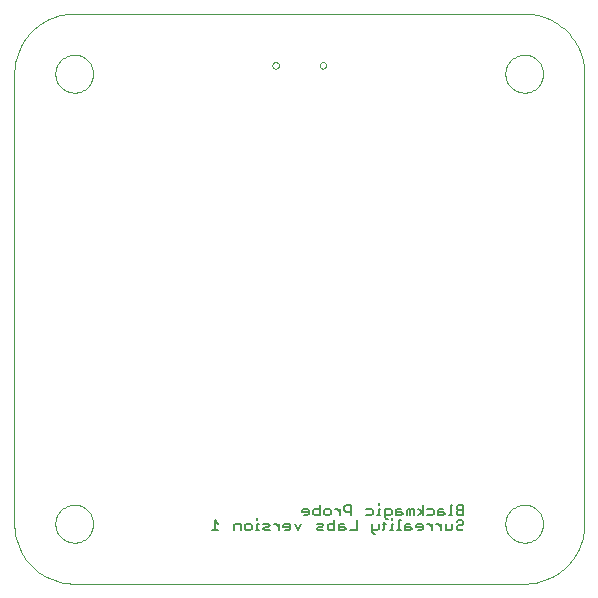
<source format=gbo>
G75*
G70*
%OFA0B0*%
%FSLAX24Y24*%
%IPPOS*%
%LPD*%
%AMOC8*
5,1,8,0,0,1.08239X$1,22.5*
%
%ADD10C,0.0000*%
%ADD11C,0.0060*%
D10*
X000141Y002141D02*
X000141Y017141D01*
X001511Y017141D02*
X001513Y017191D01*
X001519Y017241D01*
X001529Y017290D01*
X001543Y017338D01*
X001560Y017385D01*
X001581Y017430D01*
X001606Y017474D01*
X001634Y017515D01*
X001666Y017554D01*
X001700Y017591D01*
X001737Y017625D01*
X001777Y017655D01*
X001819Y017682D01*
X001863Y017706D01*
X001909Y017727D01*
X001956Y017743D01*
X002004Y017756D01*
X002054Y017765D01*
X002103Y017770D01*
X002154Y017771D01*
X002204Y017768D01*
X002253Y017761D01*
X002302Y017750D01*
X002350Y017735D01*
X002396Y017717D01*
X002441Y017695D01*
X002484Y017669D01*
X002525Y017640D01*
X002564Y017608D01*
X002600Y017573D01*
X002632Y017535D01*
X002662Y017495D01*
X002689Y017452D01*
X002712Y017408D01*
X002731Y017362D01*
X002747Y017314D01*
X002759Y017265D01*
X002767Y017216D01*
X002771Y017166D01*
X002771Y017116D01*
X002767Y017066D01*
X002759Y017017D01*
X002747Y016968D01*
X002731Y016920D01*
X002712Y016874D01*
X002689Y016830D01*
X002662Y016787D01*
X002632Y016747D01*
X002600Y016709D01*
X002564Y016674D01*
X002525Y016642D01*
X002484Y016613D01*
X002441Y016587D01*
X002396Y016565D01*
X002350Y016547D01*
X002302Y016532D01*
X002253Y016521D01*
X002204Y016514D01*
X002154Y016511D01*
X002103Y016512D01*
X002054Y016517D01*
X002004Y016526D01*
X001956Y016539D01*
X001909Y016555D01*
X001863Y016576D01*
X001819Y016600D01*
X001777Y016627D01*
X001737Y016657D01*
X001700Y016691D01*
X001666Y016728D01*
X001634Y016767D01*
X001606Y016808D01*
X001581Y016852D01*
X001560Y016897D01*
X001543Y016944D01*
X001529Y016992D01*
X001519Y017041D01*
X001513Y017091D01*
X001511Y017141D01*
X000141Y017141D02*
X000143Y017236D01*
X000150Y017331D01*
X000161Y017426D01*
X000177Y017520D01*
X000197Y017613D01*
X000222Y017704D01*
X000251Y017795D01*
X000284Y017884D01*
X000322Y017972D01*
X000363Y018057D01*
X000409Y018141D01*
X000458Y018222D01*
X000512Y018301D01*
X000569Y018377D01*
X000630Y018451D01*
X000694Y018521D01*
X000761Y018588D01*
X000831Y018652D01*
X000905Y018713D01*
X000981Y018770D01*
X001060Y018824D01*
X001141Y018873D01*
X001225Y018919D01*
X001310Y018960D01*
X001398Y018998D01*
X001487Y019031D01*
X001578Y019060D01*
X001669Y019085D01*
X001762Y019105D01*
X001856Y019121D01*
X001951Y019132D01*
X002046Y019139D01*
X002141Y019141D01*
X017141Y019141D01*
X016511Y017141D02*
X016513Y017191D01*
X016519Y017241D01*
X016529Y017290D01*
X016543Y017338D01*
X016560Y017385D01*
X016581Y017430D01*
X016606Y017474D01*
X016634Y017515D01*
X016666Y017554D01*
X016700Y017591D01*
X016737Y017625D01*
X016777Y017655D01*
X016819Y017682D01*
X016863Y017706D01*
X016909Y017727D01*
X016956Y017743D01*
X017004Y017756D01*
X017054Y017765D01*
X017103Y017770D01*
X017154Y017771D01*
X017204Y017768D01*
X017253Y017761D01*
X017302Y017750D01*
X017350Y017735D01*
X017396Y017717D01*
X017441Y017695D01*
X017484Y017669D01*
X017525Y017640D01*
X017564Y017608D01*
X017600Y017573D01*
X017632Y017535D01*
X017662Y017495D01*
X017689Y017452D01*
X017712Y017408D01*
X017731Y017362D01*
X017747Y017314D01*
X017759Y017265D01*
X017767Y017216D01*
X017771Y017166D01*
X017771Y017116D01*
X017767Y017066D01*
X017759Y017017D01*
X017747Y016968D01*
X017731Y016920D01*
X017712Y016874D01*
X017689Y016830D01*
X017662Y016787D01*
X017632Y016747D01*
X017600Y016709D01*
X017564Y016674D01*
X017525Y016642D01*
X017484Y016613D01*
X017441Y016587D01*
X017396Y016565D01*
X017350Y016547D01*
X017302Y016532D01*
X017253Y016521D01*
X017204Y016514D01*
X017154Y016511D01*
X017103Y016512D01*
X017054Y016517D01*
X017004Y016526D01*
X016956Y016539D01*
X016909Y016555D01*
X016863Y016576D01*
X016819Y016600D01*
X016777Y016627D01*
X016737Y016657D01*
X016700Y016691D01*
X016666Y016728D01*
X016634Y016767D01*
X016606Y016808D01*
X016581Y016852D01*
X016560Y016897D01*
X016543Y016944D01*
X016529Y016992D01*
X016519Y017041D01*
X016513Y017091D01*
X016511Y017141D01*
X017141Y019141D02*
X017236Y019139D01*
X017331Y019132D01*
X017426Y019121D01*
X017520Y019105D01*
X017613Y019085D01*
X017704Y019060D01*
X017795Y019031D01*
X017884Y018998D01*
X017972Y018960D01*
X018057Y018919D01*
X018141Y018873D01*
X018222Y018824D01*
X018301Y018770D01*
X018377Y018713D01*
X018451Y018652D01*
X018521Y018588D01*
X018588Y018521D01*
X018652Y018451D01*
X018713Y018377D01*
X018770Y018301D01*
X018824Y018222D01*
X018873Y018141D01*
X018919Y018057D01*
X018960Y017972D01*
X018998Y017884D01*
X019031Y017795D01*
X019060Y017704D01*
X019085Y017613D01*
X019105Y017520D01*
X019121Y017426D01*
X019132Y017331D01*
X019139Y017236D01*
X019141Y017141D01*
X019141Y002141D01*
X016511Y002141D02*
X016513Y002191D01*
X016519Y002241D01*
X016529Y002290D01*
X016543Y002338D01*
X016560Y002385D01*
X016581Y002430D01*
X016606Y002474D01*
X016634Y002515D01*
X016666Y002554D01*
X016700Y002591D01*
X016737Y002625D01*
X016777Y002655D01*
X016819Y002682D01*
X016863Y002706D01*
X016909Y002727D01*
X016956Y002743D01*
X017004Y002756D01*
X017054Y002765D01*
X017103Y002770D01*
X017154Y002771D01*
X017204Y002768D01*
X017253Y002761D01*
X017302Y002750D01*
X017350Y002735D01*
X017396Y002717D01*
X017441Y002695D01*
X017484Y002669D01*
X017525Y002640D01*
X017564Y002608D01*
X017600Y002573D01*
X017632Y002535D01*
X017662Y002495D01*
X017689Y002452D01*
X017712Y002408D01*
X017731Y002362D01*
X017747Y002314D01*
X017759Y002265D01*
X017767Y002216D01*
X017771Y002166D01*
X017771Y002116D01*
X017767Y002066D01*
X017759Y002017D01*
X017747Y001968D01*
X017731Y001920D01*
X017712Y001874D01*
X017689Y001830D01*
X017662Y001787D01*
X017632Y001747D01*
X017600Y001709D01*
X017564Y001674D01*
X017525Y001642D01*
X017484Y001613D01*
X017441Y001587D01*
X017396Y001565D01*
X017350Y001547D01*
X017302Y001532D01*
X017253Y001521D01*
X017204Y001514D01*
X017154Y001511D01*
X017103Y001512D01*
X017054Y001517D01*
X017004Y001526D01*
X016956Y001539D01*
X016909Y001555D01*
X016863Y001576D01*
X016819Y001600D01*
X016777Y001627D01*
X016737Y001657D01*
X016700Y001691D01*
X016666Y001728D01*
X016634Y001767D01*
X016606Y001808D01*
X016581Y001852D01*
X016560Y001897D01*
X016543Y001944D01*
X016529Y001992D01*
X016519Y002041D01*
X016513Y002091D01*
X016511Y002141D01*
X017141Y000141D02*
X017236Y000143D01*
X017331Y000150D01*
X017426Y000161D01*
X017520Y000177D01*
X017613Y000197D01*
X017704Y000222D01*
X017795Y000251D01*
X017884Y000284D01*
X017972Y000322D01*
X018057Y000363D01*
X018141Y000409D01*
X018222Y000458D01*
X018301Y000512D01*
X018377Y000569D01*
X018451Y000630D01*
X018521Y000694D01*
X018588Y000761D01*
X018652Y000831D01*
X018713Y000905D01*
X018770Y000981D01*
X018824Y001060D01*
X018873Y001141D01*
X018919Y001225D01*
X018960Y001310D01*
X018998Y001398D01*
X019031Y001487D01*
X019060Y001578D01*
X019085Y001669D01*
X019105Y001762D01*
X019121Y001856D01*
X019132Y001951D01*
X019139Y002046D01*
X019141Y002141D01*
X017141Y000141D02*
X002141Y000141D01*
X001511Y002141D02*
X001513Y002191D01*
X001519Y002241D01*
X001529Y002290D01*
X001543Y002338D01*
X001560Y002385D01*
X001581Y002430D01*
X001606Y002474D01*
X001634Y002515D01*
X001666Y002554D01*
X001700Y002591D01*
X001737Y002625D01*
X001777Y002655D01*
X001819Y002682D01*
X001863Y002706D01*
X001909Y002727D01*
X001956Y002743D01*
X002004Y002756D01*
X002054Y002765D01*
X002103Y002770D01*
X002154Y002771D01*
X002204Y002768D01*
X002253Y002761D01*
X002302Y002750D01*
X002350Y002735D01*
X002396Y002717D01*
X002441Y002695D01*
X002484Y002669D01*
X002525Y002640D01*
X002564Y002608D01*
X002600Y002573D01*
X002632Y002535D01*
X002662Y002495D01*
X002689Y002452D01*
X002712Y002408D01*
X002731Y002362D01*
X002747Y002314D01*
X002759Y002265D01*
X002767Y002216D01*
X002771Y002166D01*
X002771Y002116D01*
X002767Y002066D01*
X002759Y002017D01*
X002747Y001968D01*
X002731Y001920D01*
X002712Y001874D01*
X002689Y001830D01*
X002662Y001787D01*
X002632Y001747D01*
X002600Y001709D01*
X002564Y001674D01*
X002525Y001642D01*
X002484Y001613D01*
X002441Y001587D01*
X002396Y001565D01*
X002350Y001547D01*
X002302Y001532D01*
X002253Y001521D01*
X002204Y001514D01*
X002154Y001511D01*
X002103Y001512D01*
X002054Y001517D01*
X002004Y001526D01*
X001956Y001539D01*
X001909Y001555D01*
X001863Y001576D01*
X001819Y001600D01*
X001777Y001627D01*
X001737Y001657D01*
X001700Y001691D01*
X001666Y001728D01*
X001634Y001767D01*
X001606Y001808D01*
X001581Y001852D01*
X001560Y001897D01*
X001543Y001944D01*
X001529Y001992D01*
X001519Y002041D01*
X001513Y002091D01*
X001511Y002141D01*
X000141Y002141D02*
X000143Y002046D01*
X000150Y001951D01*
X000161Y001856D01*
X000177Y001762D01*
X000197Y001669D01*
X000222Y001578D01*
X000251Y001487D01*
X000284Y001398D01*
X000322Y001310D01*
X000363Y001225D01*
X000409Y001141D01*
X000458Y001060D01*
X000512Y000981D01*
X000569Y000905D01*
X000630Y000831D01*
X000694Y000761D01*
X000761Y000694D01*
X000831Y000630D01*
X000905Y000569D01*
X000981Y000512D01*
X001060Y000458D01*
X001141Y000409D01*
X001225Y000363D01*
X001310Y000322D01*
X001398Y000284D01*
X001487Y000251D01*
X001578Y000222D01*
X001669Y000197D01*
X001762Y000177D01*
X001856Y000161D01*
X001951Y000150D01*
X002046Y000143D01*
X002141Y000141D01*
X008746Y017420D02*
X008748Y017440D01*
X008754Y017460D01*
X008763Y017478D01*
X008776Y017495D01*
X008791Y017508D01*
X008809Y017518D01*
X008829Y017525D01*
X008849Y017528D01*
X008869Y017527D01*
X008889Y017522D01*
X008908Y017514D01*
X008925Y017502D01*
X008939Y017487D01*
X008950Y017469D01*
X008958Y017450D01*
X008962Y017430D01*
X008962Y017410D01*
X008958Y017390D01*
X008950Y017371D01*
X008939Y017353D01*
X008925Y017338D01*
X008908Y017326D01*
X008889Y017318D01*
X008869Y017313D01*
X008849Y017312D01*
X008829Y017315D01*
X008809Y017322D01*
X008791Y017332D01*
X008776Y017345D01*
X008763Y017362D01*
X008754Y017380D01*
X008748Y017400D01*
X008746Y017420D01*
X010321Y017420D02*
X010323Y017440D01*
X010329Y017460D01*
X010338Y017478D01*
X010351Y017495D01*
X010366Y017508D01*
X010384Y017518D01*
X010404Y017525D01*
X010424Y017528D01*
X010444Y017527D01*
X010464Y017522D01*
X010483Y017514D01*
X010500Y017502D01*
X010514Y017487D01*
X010525Y017469D01*
X010533Y017450D01*
X010537Y017430D01*
X010537Y017410D01*
X010533Y017390D01*
X010525Y017371D01*
X010514Y017353D01*
X010500Y017338D01*
X010483Y017326D01*
X010464Y017318D01*
X010444Y017313D01*
X010424Y017312D01*
X010404Y017315D01*
X010384Y017322D01*
X010366Y017332D01*
X010351Y017345D01*
X010338Y017362D01*
X010329Y017380D01*
X010323Y017400D01*
X010321Y017420D01*
D11*
X010323Y002761D02*
X010323Y002421D01*
X010153Y002421D01*
X010096Y002478D01*
X010096Y002591D01*
X010153Y002648D01*
X010323Y002648D01*
X010465Y002591D02*
X010465Y002478D01*
X010521Y002421D01*
X010635Y002421D01*
X010692Y002478D01*
X010692Y002591D01*
X010635Y002648D01*
X010521Y002648D01*
X010465Y002591D01*
X010828Y002648D02*
X010885Y002648D01*
X010998Y002535D01*
X010998Y002648D02*
X010998Y002421D01*
X011140Y002591D02*
X011197Y002535D01*
X011367Y002535D01*
X011367Y002421D02*
X011367Y002761D01*
X011197Y002761D01*
X011140Y002705D01*
X011140Y002591D01*
X011126Y002148D02*
X011013Y002148D01*
X010956Y002091D01*
X010956Y001921D01*
X011126Y001921D01*
X011183Y001978D01*
X011126Y002035D01*
X010956Y002035D01*
X010814Y002148D02*
X010644Y002148D01*
X010587Y002091D01*
X010587Y001978D01*
X010644Y001921D01*
X010814Y001921D01*
X010814Y002261D01*
X010446Y002091D02*
X010389Y002148D01*
X010219Y002148D01*
X010276Y002035D02*
X010219Y001978D01*
X010276Y001921D01*
X010446Y001921D01*
X010389Y002035D02*
X010446Y002091D01*
X010389Y002035D02*
X010276Y002035D01*
X009898Y002421D02*
X009955Y002478D01*
X009955Y002591D01*
X009898Y002648D01*
X009785Y002648D01*
X009728Y002591D01*
X009728Y002535D01*
X009955Y002535D01*
X009898Y002421D02*
X009785Y002421D01*
X009709Y002148D02*
X009596Y001921D01*
X009483Y002148D01*
X009341Y002091D02*
X009284Y002148D01*
X009171Y002148D01*
X009114Y002091D01*
X009114Y002035D01*
X009341Y002035D01*
X009341Y002091D02*
X009341Y001978D01*
X009284Y001921D01*
X009171Y001921D01*
X008973Y001921D02*
X008973Y002148D01*
X008973Y002035D02*
X008859Y002148D01*
X008803Y002148D01*
X008666Y002091D02*
X008609Y002148D01*
X008439Y002148D01*
X008496Y002035D02*
X008439Y001978D01*
X008496Y001921D01*
X008666Y001921D01*
X008609Y002035D02*
X008666Y002091D01*
X008609Y002035D02*
X008496Y002035D01*
X008298Y002148D02*
X008241Y002148D01*
X008241Y001921D01*
X008298Y001921D02*
X008184Y001921D01*
X008052Y001978D02*
X007995Y001921D01*
X007882Y001921D01*
X007825Y001978D01*
X007825Y002091D01*
X007882Y002148D01*
X007995Y002148D01*
X008052Y002091D01*
X008052Y001978D01*
X008241Y002261D02*
X008241Y002318D01*
X007684Y002148D02*
X007684Y001921D01*
X007457Y001921D02*
X007457Y002091D01*
X007514Y002148D01*
X007684Y002148D01*
X006947Y002148D02*
X006834Y002261D01*
X006834Y001921D01*
X006947Y001921D02*
X006720Y001921D01*
X011324Y001921D02*
X011551Y001921D01*
X011551Y002261D01*
X011876Y002421D02*
X012047Y002421D01*
X012103Y002478D01*
X012103Y002591D01*
X012047Y002648D01*
X011876Y002648D01*
X012292Y002648D02*
X012292Y002421D01*
X012349Y002421D02*
X012235Y002421D01*
X012292Y002648D02*
X012349Y002648D01*
X012292Y002761D02*
X012292Y002818D01*
X012490Y002648D02*
X012660Y002648D01*
X012717Y002591D01*
X012717Y002478D01*
X012660Y002421D01*
X012490Y002421D01*
X012490Y002364D02*
X012490Y002648D01*
X012490Y002364D02*
X012547Y002308D01*
X012604Y002308D01*
X012722Y002318D02*
X012722Y002261D01*
X012722Y002148D02*
X012722Y001921D01*
X012779Y001921D02*
X012665Y001921D01*
X012476Y001978D02*
X012420Y001921D01*
X012476Y001978D02*
X012476Y002205D01*
X012420Y002148D02*
X012533Y002148D01*
X012722Y002148D02*
X012779Y002148D01*
X012967Y002261D02*
X012967Y001921D01*
X012911Y001921D02*
X013024Y001921D01*
X013166Y001921D02*
X013166Y002091D01*
X013222Y002148D01*
X013336Y002148D01*
X013336Y002035D02*
X013166Y002035D01*
X013166Y001921D02*
X013336Y001921D01*
X013392Y001978D01*
X013336Y002035D01*
X013534Y002035D02*
X013761Y002035D01*
X013761Y002091D02*
X013704Y002148D01*
X013591Y002148D01*
X013534Y002091D01*
X013534Y002035D01*
X013591Y001921D02*
X013704Y001921D01*
X013761Y001978D01*
X013761Y002091D01*
X013897Y002148D02*
X013954Y002148D01*
X014068Y002035D01*
X014068Y002148D02*
X014068Y001921D01*
X014204Y002148D02*
X014261Y002148D01*
X014374Y002035D01*
X014374Y002148D02*
X014374Y001921D01*
X014516Y001921D02*
X014516Y002148D01*
X014743Y002148D02*
X014743Y001978D01*
X014686Y001921D01*
X014516Y001921D01*
X014884Y001978D02*
X014941Y001921D01*
X015054Y001921D01*
X015111Y001978D01*
X015054Y002091D02*
X014941Y002091D01*
X014884Y002035D01*
X014884Y001978D01*
X015054Y002091D02*
X015111Y002148D01*
X015111Y002205D01*
X015054Y002261D01*
X014941Y002261D01*
X014884Y002205D01*
X014941Y002421D02*
X015111Y002421D01*
X015111Y002761D01*
X014941Y002761D01*
X014884Y002705D01*
X014884Y002648D01*
X014941Y002591D01*
X015111Y002591D01*
X014941Y002591D02*
X014884Y002535D01*
X014884Y002478D01*
X014941Y002421D01*
X014743Y002421D02*
X014629Y002421D01*
X014686Y002421D02*
X014686Y002761D01*
X014743Y002761D01*
X014441Y002648D02*
X014327Y002648D01*
X014270Y002591D01*
X014270Y002421D01*
X014441Y002421D01*
X014497Y002478D01*
X014441Y002535D01*
X014270Y002535D01*
X014129Y002591D02*
X014129Y002478D01*
X014072Y002421D01*
X013902Y002421D01*
X013761Y002421D02*
X013761Y002761D01*
X013902Y002648D02*
X014072Y002648D01*
X014129Y002591D01*
X013761Y002535D02*
X013591Y002648D01*
X013454Y002648D02*
X013454Y002421D01*
X013340Y002421D02*
X013340Y002591D01*
X013284Y002648D01*
X013227Y002591D01*
X013227Y002421D01*
X013085Y002478D02*
X013029Y002535D01*
X012859Y002535D01*
X012859Y002591D02*
X012859Y002421D01*
X013029Y002421D01*
X013085Y002478D01*
X013029Y002648D02*
X012915Y002648D01*
X012859Y002591D01*
X012967Y002261D02*
X013024Y002261D01*
X013340Y002591D02*
X013397Y002648D01*
X013454Y002648D01*
X013591Y002421D02*
X013761Y002535D01*
X012288Y002148D02*
X012288Y001978D01*
X012231Y001921D01*
X012061Y001921D01*
X012061Y001864D02*
X012117Y001808D01*
X012174Y001808D01*
X012061Y001864D02*
X012061Y002148D01*
M02*

</source>
